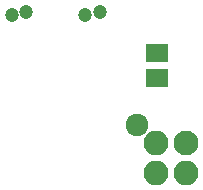
<source format=gbr>
G04 #@! TF.GenerationSoftware,KiCad,Pcbnew,(5.0.0-rc2-dev-321-g78161b592)*
G04 #@! TF.CreationDate,2018-07-11T23:16:50-06:00*
G04 #@! TF.ProjectId,dc801_sheep,64633830315F73686565702E6B696361,rev?*
G04 #@! TF.SameCoordinates,Original*
G04 #@! TF.FileFunction,Soldermask,Bot*
G04 #@! TF.FilePolarity,Negative*
%FSLAX46Y46*%
G04 Gerber Fmt 4.6, Leading zero omitted, Abs format (unit mm)*
G04 Created by KiCad (PCBNEW (5.0.0-rc2-dev-321-g78161b592)) date 07/11/18 23:16:50*
%MOMM*%
%LPD*%
G01*
G04 APERTURE LIST*
%ADD10R,1.900000X1.545000*%
%ADD11O,2.100000X2.100000*%
%ADD12C,2.100000*%
%ADD13C,1.924000*%
%ADD14C,1.200000*%
G04 APERTURE END LIST*
D10*
X152070000Y-85282500D03*
X152070000Y-83197500D03*
D11*
X152010000Y-93370000D03*
X152010000Y-90830000D03*
X154550000Y-93370000D03*
D12*
X154550000Y-90830000D03*
D13*
X150376780Y-89323780D03*
D14*
X141010000Y-79710000D03*
X147250000Y-79710000D03*
X139790000Y-79980000D03*
X146000000Y-79970000D03*
M02*

</source>
